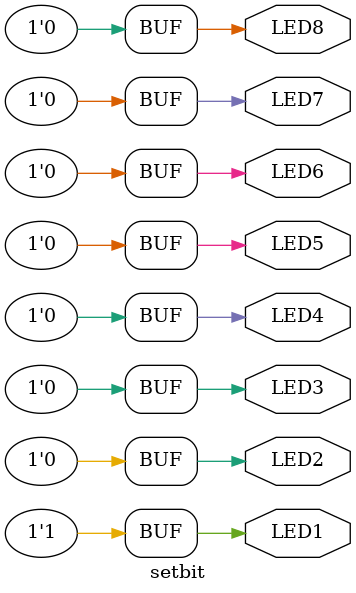
<source format=v>
module setbit(
  output LED1,
  output LED2,
  output LED3,
  output LED4,
  output LED5,
  output LED6,
  output LED7,
  output LED8
);

    wire LED1;
    wire LED2;
    wire LED3;
    wire LED4;
    wire LED5;
    wire LED6;
    wire LED7;
    wire LED8;

    assign LED1 = 1;
    assign LED2 = 0;
    assign LED3 = 0;
    assign LED4 = 0;
    assign LED5 = 0;
    assign LED6 = 0;
    assign LED7 = 0;
    assign LED8 = 0;

endmodule
</source>
